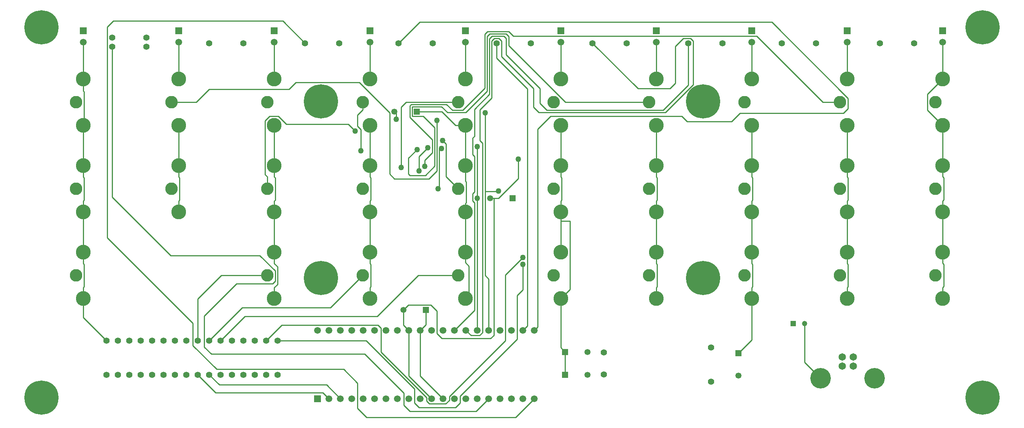
<source format=gbl>
%FSLAX23Y23*%
%MOIN*%
G70*
G01*
G75*
G04 Layer_Physical_Order=2*
%ADD10R,0.012X0.059*%
%ADD11O,0.012X0.059*%
%ADD12C,0.010*%
%ADD13C,0.300*%
%ADD14C,0.055*%
%ADD15C,0.180*%
%ADD16C,0.065*%
%ADD17C,0.059*%
%ADD18R,0.059X0.059*%
%ADD19C,0.053*%
%ADD20R,0.053X0.053*%
%ADD21R,0.047X0.047*%
%ADD22C,0.047*%
%ADD23C,0.059*%
%ADD24R,0.059X0.059*%
%ADD25C,0.110*%
%ADD26C,0.130*%
%ADD27C,0.050*%
D12*
X5920Y2993D02*
Y3360D01*
X3870Y840D02*
X4045Y1015D01*
X5080Y3360D02*
X5478Y2962D01*
X3970Y840D02*
X4015Y795D01*
X4470Y840D02*
X4510Y880D01*
X4240Y3229D02*
Y3360D01*
X3380D02*
X3565Y3545D01*
X4570Y840D02*
X4600Y870D01*
X2365Y3555D02*
X2560Y3360D01*
X4407Y77D02*
X4570Y240D01*
X4058Y128D02*
X4170Y240D01*
X870Y2009D02*
Y3330D01*
X8150Y3046D02*
Y3370D01*
X8017Y2913D02*
X8150Y3046D01*
X7313D02*
Y3370D01*
X8017Y2773D02*
X8150Y2640D01*
Y2286D02*
Y2640D01*
Y2188D02*
Y2286D01*
X7313D02*
Y2640D01*
Y2187D02*
Y2286D01*
X6476Y3046D02*
Y3370D01*
X5639Y3046D02*
Y3370D01*
X6476Y2286D02*
Y2640D01*
Y2187D02*
Y2286D01*
X4802Y3046D02*
Y3370D01*
X5639Y2286D02*
Y2640D01*
Y2187D02*
Y2286D01*
X4802D02*
Y2640D01*
Y2187D02*
Y2286D01*
X4802Y1800D02*
X4882D01*
X4802Y1880D02*
Y1977D01*
Y1800D02*
Y1880D01*
X8150D02*
Y1977D01*
Y1526D02*
Y1880D01*
Y1428D02*
Y1526D01*
X7313Y1880D02*
Y1977D01*
Y1526D02*
Y1880D01*
Y1427D02*
Y1526D01*
X8150Y1120D02*
Y1217D01*
X7313Y1120D02*
Y1217D01*
X6940Y560D02*
X7080Y420D01*
X6940Y560D02*
Y900D01*
X6476Y1880D02*
Y1977D01*
Y1526D02*
Y1880D01*
Y1427D02*
Y1526D01*
X5639Y1880D02*
Y1977D01*
Y1526D02*
Y1880D01*
Y1427D02*
Y1526D01*
X4802Y1800D02*
Y1800D01*
Y1526D02*
Y1800D01*
X4802Y1526D02*
X4802Y1526D01*
X5639Y1120D02*
Y1217D01*
X6476Y1120D02*
Y1217D01*
Y756D02*
Y1120D01*
X6360Y640D02*
X6476Y756D01*
X4802Y1120D02*
X4882Y1200D01*
X4802Y688D02*
Y1120D01*
Y688D02*
X4840Y650D01*
Y450D02*
Y650D01*
X3965Y3046D02*
Y3370D01*
X3540Y2760D02*
X3759D01*
X3879Y2640D02*
X3965D01*
Y2286D02*
Y2640D01*
Y2148D02*
Y2286D01*
X3128Y3046D02*
Y3370D01*
Y2286D02*
Y2640D01*
Y2187D02*
Y2286D01*
X2291Y3046D02*
Y3370D01*
X1454Y3046D02*
Y3370D01*
X617Y3046D02*
Y3370D01*
Y2941D02*
Y3046D01*
X2291Y2286D02*
Y2640D01*
Y2187D02*
Y2286D01*
X1454D02*
Y2640D01*
Y2187D02*
Y2286D01*
X617Y2640D02*
X624Y2647D01*
X617Y2286D02*
Y2640D01*
Y2187D02*
Y2286D01*
X3965Y1880D02*
Y1954D01*
Y1526D02*
Y1880D01*
Y1436D02*
Y1526D01*
X3128Y1880D02*
Y1977D01*
Y1526D02*
Y1880D01*
Y1427D02*
Y1526D01*
X3965Y1120D02*
X3997Y1152D01*
X3620Y890D02*
Y1020D01*
X3570Y840D02*
X3620Y890D01*
X3570Y440D02*
Y840D01*
X3128Y1120D02*
Y1217D01*
X3570Y440D02*
X3770Y240D01*
X2291Y1880D02*
Y1977D01*
Y1526D02*
Y1880D01*
Y1427D02*
Y1526D01*
X1454Y1880D02*
Y1977D01*
X617Y1880D02*
Y1977D01*
Y1526D02*
Y1880D01*
Y1427D02*
Y1526D01*
X2291Y1120D02*
Y1217D01*
X617Y953D02*
X820Y750D01*
X617Y1120D02*
Y1217D01*
Y953D02*
Y1120D01*
X4429Y2172D02*
Y2343D01*
X4215Y2000D02*
X4257D01*
X4183D02*
X4215D01*
Y797D02*
Y2000D01*
X3423Y1020D02*
X3465Y1062D01*
X3343Y2760D02*
X3360D01*
Y2692D02*
Y2760D01*
X3470Y440D02*
X3670Y240D01*
X3423Y887D02*
Y1020D01*
Y887D02*
X3470Y840D01*
Y440D02*
Y840D01*
X1620Y450D02*
X1777Y293D01*
X2717D02*
X2770Y240D01*
X3065Y2776D02*
Y2843D01*
X3048Y2416D02*
Y2603D01*
X3447Y2843D02*
X3902D01*
X3404Y2269D02*
Y2800D01*
X4843Y2843D02*
X5576D01*
X3467Y2351D02*
X3542Y2426D01*
X7100Y2843D02*
X7250D01*
X3610Y2280D02*
Y2334D01*
X3559Y2365D02*
X3636Y2442D01*
X3559Y2240D02*
Y2365D01*
X1826Y1323D02*
X2228D01*
X1620Y750D02*
Y1117D01*
X2782Y1040D02*
X3065Y1323D01*
X1720Y750D02*
X2010Y1040D01*
X3553Y1323D02*
X3902D01*
X1820Y750D02*
X2033Y963D01*
X4315Y1325D02*
X4470Y1480D01*
X2220Y750D02*
X2355Y885D01*
X4470Y1196D02*
Y1420D01*
X2320Y750D02*
X3097D01*
X2939Y2650D02*
X2999Y2590D01*
X2228Y2083D02*
Y2188D01*
X3737Y2435D02*
X3757D01*
X3727Y2083D02*
X3736Y2092D01*
X3767Y2505D02*
X3797Y2475D01*
Y2188D02*
X3902Y2083D01*
X3716Y2240D02*
Y2683D01*
X1391Y2843D02*
X1606D01*
X1720Y450D02*
X1809Y361D01*
X2749D02*
X2870Y240D01*
X4250Y2058D02*
X4256Y2064D01*
X4139Y2058D02*
X4250D01*
X4139D02*
Y2750D01*
Y1321D02*
Y2058D01*
X4170Y840D02*
Y1290D01*
X4070Y2000D02*
Y2452D01*
Y840D02*
Y2000D01*
X4015Y795D02*
X4090D01*
X4115Y820D01*
Y2483D01*
X4092Y2506D02*
X4115Y2483D01*
X4092Y2506D02*
Y2775D01*
X4197Y2880D01*
Y3380D01*
X4220Y3403D01*
X4260D01*
X4283Y3380D01*
Y3241D02*
Y3380D01*
Y3241D02*
X4562Y2962D01*
Y2800D02*
Y2962D01*
Y2800D02*
X4610Y2752D01*
X5719D01*
X5963Y2996D01*
Y3380D01*
X5940Y3403D02*
X5963Y3380D01*
X5877Y3403D02*
X5940D01*
X5807Y3333D02*
X5877Y3403D01*
X5807Y3009D02*
Y3333D01*
X5760Y2962D02*
X5807Y3009D01*
X5478Y2962D02*
X5760D01*
X4600Y870D02*
Y2606D01*
X4714Y2720D01*
X5862D01*
X5909Y2673D01*
X6300D01*
X6374Y2747D01*
X7280D01*
X7320Y2787D01*
Y2877D01*
X6652Y3545D02*
X7320Y2877D01*
X3565Y3545D02*
X6652D01*
X870Y2009D02*
X1383Y1496D01*
X2164D01*
X2298Y1362D01*
Y1272D02*
Y1362D01*
X2275Y1249D02*
X2298Y1272D01*
X1961Y1249D02*
X2275D01*
X1677Y965D02*
X1961Y1249D01*
X1677Y694D02*
Y965D01*
Y694D02*
X1740Y631D01*
X3083D01*
X3425Y289D01*
Y183D02*
Y289D01*
Y183D02*
X3480Y128D01*
X4058D01*
X4882Y1200D02*
Y1800D01*
X4802Y1800D02*
X4802Y1800D01*
X8017Y2773D02*
Y2913D01*
X4257Y2000D02*
X4429Y2172D01*
X3465Y1062D02*
X3662D01*
X3715Y1009D01*
Y814D02*
Y1009D01*
Y814D02*
X3760Y769D01*
X4187D01*
X4215Y797D01*
X1777Y293D02*
X2717D01*
X4347Y3339D02*
X4843Y2843D01*
X4347Y3339D02*
Y3419D01*
X4323Y3443D02*
X4347Y3419D01*
X4180Y3443D02*
X4323D01*
X4157Y3420D02*
X4180Y3443D01*
X4157Y2938D02*
Y3420D01*
X3970Y2751D02*
X4157Y2938D01*
X3808Y2751D02*
X3970D01*
X3757Y2802D02*
X3808Y2751D01*
X3498Y2802D02*
X3757D01*
X3498Y2718D02*
Y2802D01*
Y2718D02*
X3597D01*
X3696Y2619D01*
Y2281D02*
Y2619D01*
X3615Y2200D02*
X3696Y2281D01*
X3480Y2200D02*
X3615D01*
X3467Y2213D02*
X3480Y2200D01*
X3467Y2213D02*
Y2351D01*
X6520Y3423D02*
X7100Y2843D01*
X4387Y3423D02*
X6520D01*
X4347Y3463D02*
X4387Y3423D01*
X4160Y3463D02*
X4347D01*
X4137Y3440D02*
X4160Y3463D01*
X4137Y2965D02*
Y3440D01*
X3943Y2771D02*
X4137Y2965D01*
X3852Y2771D02*
X3943D01*
X3801Y2822D02*
X3852Y2771D01*
X3490Y2822D02*
X3801D01*
X3478Y2810D02*
X3490Y2822D01*
X3478Y2710D02*
Y2810D01*
Y2710D02*
X3676Y2512D01*
Y2400D02*
Y2512D01*
X3610Y2334D02*
X3676Y2400D01*
X4315Y750D02*
Y1325D01*
X3825Y260D02*
X4315Y750D01*
X3825Y227D02*
Y260D01*
X3793Y195D02*
X3825Y227D01*
X3650Y195D02*
X3793D01*
X3625Y220D02*
X3650Y195D01*
X3625Y220D02*
Y250D01*
X3225Y650D02*
X3625Y250D01*
X3225Y650D02*
Y860D01*
X3200Y885D02*
X3225Y860D01*
X2355Y885D02*
X3200D01*
X4420Y1146D02*
X4470Y1196D01*
X4420Y762D02*
Y1146D01*
X3920Y262D02*
X4420Y762D01*
X3920Y202D02*
Y262D01*
X3880Y162D02*
X3920Y202D01*
X3560Y162D02*
X3880D01*
X3520Y202D02*
X3560Y162D01*
X3520Y202D02*
Y327D01*
X3097Y750D02*
X3520Y327D01*
X2210Y2206D02*
X2228Y2188D01*
X2210Y2206D02*
Y2680D01*
X2250Y2720D01*
X2325D01*
X2395Y2650D01*
X2939D01*
X3736Y2434D02*
X3737Y2435D01*
X3736Y2092D02*
Y2434D01*
X1606Y2843D02*
X1719Y2956D01*
X2421D01*
X2480Y3015D01*
X3037D01*
X3302Y2750D01*
Y2211D02*
Y2750D01*
Y2211D02*
X3343Y2170D01*
X3646D01*
X3716Y2240D01*
X4139Y1321D02*
X4170Y1290D01*
X2010Y1040D02*
X2782D01*
X2291Y1427D02*
X2318Y1400D01*
Y1244D02*
Y1400D01*
X2291Y1217D02*
X2318Y1244D01*
X1620Y1117D02*
X1826Y1323D01*
X3404Y2800D02*
X3447Y2843D01*
X3099Y77D02*
X4407D01*
X3020Y156D02*
X3099Y77D01*
X3020Y156D02*
Y376D01*
X2898Y498D02*
X3020Y376D01*
X1786Y498D02*
X2898D01*
X1577Y707D02*
X1786Y498D01*
X1577Y707D02*
Y903D01*
X827Y1653D02*
X1577Y903D01*
X827Y1653D02*
Y3504D01*
X878Y3555D01*
X2365D01*
X5699Y2772D02*
X5920Y2993D01*
X4680Y2772D02*
X5699D01*
X4618Y2834D02*
X4680Y2772D01*
X4618Y2834D02*
Y2964D01*
X4322Y3260D02*
X4618Y2964D01*
X4322Y3260D02*
Y3404D01*
X4303Y3423D02*
X4322Y3404D01*
X4200Y3423D02*
X4303D01*
X4177Y3400D02*
X4200Y3423D01*
X4177Y2912D02*
Y3400D01*
X4045Y2780D02*
X4177Y2912D01*
X4045Y2544D02*
Y2780D01*
X4030Y2529D02*
X4045Y2544D01*
X4030Y2381D02*
Y2529D01*
Y2381D02*
X4045Y2366D01*
Y2055D02*
Y2366D01*
X4030Y2040D02*
X4045Y2055D01*
X4030Y1975D02*
Y2040D01*
Y1975D02*
X4045Y1960D01*
Y1015D02*
Y1960D01*
X3965Y1436D02*
X3997Y1404D01*
Y1152D02*
Y1404D01*
X3759Y2760D02*
X3879Y2640D01*
X4510Y880D02*
Y2959D01*
X4240Y3229D02*
X4510Y2959D01*
X1809Y361D02*
X2749D01*
X3797Y2188D02*
Y2475D01*
X3193Y963D02*
X3553Y1323D01*
X2033Y963D02*
X3193D01*
X3019Y2730D02*
X3065Y2776D01*
X3019Y2632D02*
Y2730D01*
Y2632D02*
X3048Y2603D01*
X617Y2941D02*
X624Y2934D01*
Y2647D02*
Y2934D01*
X3965Y1954D02*
X3972Y1961D01*
Y2141D01*
X3965Y2148D02*
X3972Y2141D01*
X8150Y2188D02*
X8158Y2180D01*
Y1985D02*
Y2180D01*
X8150Y1977D02*
X8158Y1985D01*
X8150Y1428D02*
X8158Y1420D01*
Y1225D02*
Y1420D01*
X8150Y1217D02*
X8158Y1225D01*
X7313Y2187D02*
X7320Y2180D01*
Y1984D02*
Y2180D01*
X7313Y1977D02*
X7320Y1984D01*
X7313Y1427D02*
X7320Y1420D01*
Y1224D02*
Y1420D01*
X7313Y1217D02*
X7320Y1224D01*
X6476Y2187D02*
X6483Y2180D01*
Y1984D02*
Y2180D01*
X6476Y1977D02*
X6483Y1984D01*
X6476Y1427D02*
X6483Y1420D01*
Y1224D02*
Y1420D01*
X6476Y1217D02*
X6483Y1224D01*
X5639Y2187D02*
X5646Y2180D01*
Y1984D02*
Y2180D01*
X5639Y1977D02*
X5646Y1984D01*
X5639Y1427D02*
X5646Y1420D01*
Y1224D02*
Y1420D01*
X5639Y1217D02*
X5646Y1224D01*
X3128Y2187D02*
X3135Y2180D01*
Y1984D02*
Y2180D01*
X3128Y1977D02*
X3135Y1984D01*
X3128Y1427D02*
X3135Y1420D01*
Y1224D02*
Y1420D01*
X3128Y1217D02*
X3135Y1224D01*
X2291Y2187D02*
X2298Y2180D01*
Y1984D02*
Y2180D01*
X2291Y1977D02*
X2298Y1984D01*
X1454Y2187D02*
X1461Y2180D01*
Y1984D02*
Y2180D01*
X1454Y1977D02*
X1461Y1984D01*
X617Y2187D02*
X624Y2180D01*
Y1984D02*
Y2180D01*
X617Y1977D02*
X624Y1984D01*
X617Y1427D02*
X624Y1420D01*
Y1224D02*
Y1420D01*
X617Y1217D02*
X624Y1224D01*
X4802Y2187D02*
X4809Y2180D01*
Y1984D02*
Y2180D01*
X4802Y1977D02*
X4809Y1984D01*
D13*
X250Y250D02*
D03*
X2700Y1300D02*
D03*
Y2850D02*
D03*
X250Y3500D02*
D03*
X8500Y250D02*
D03*
X6050Y1300D02*
D03*
Y2850D02*
D03*
X8500Y3500D02*
D03*
D14*
X820Y750D02*
D03*
Y450D02*
D03*
X920Y750D02*
D03*
Y450D02*
D03*
X1020Y750D02*
D03*
Y450D02*
D03*
X1120Y750D02*
D03*
Y450D02*
D03*
X1220Y750D02*
D03*
Y450D02*
D03*
X1320Y750D02*
D03*
Y450D02*
D03*
X1420Y750D02*
D03*
Y450D02*
D03*
X1520Y750D02*
D03*
Y450D02*
D03*
X2320D02*
D03*
Y750D02*
D03*
X2220Y450D02*
D03*
Y750D02*
D03*
X2120Y450D02*
D03*
Y750D02*
D03*
X2020Y450D02*
D03*
Y750D02*
D03*
X1920Y450D02*
D03*
Y750D02*
D03*
X1820Y450D02*
D03*
Y750D02*
D03*
X1720Y450D02*
D03*
Y750D02*
D03*
X1620Y450D02*
D03*
Y750D02*
D03*
X6120Y390D02*
D03*
Y690D02*
D03*
X5180Y454D02*
D03*
Y646D02*
D03*
X7900Y3360D02*
D03*
X7600D02*
D03*
X7040D02*
D03*
X6740D02*
D03*
X6220D02*
D03*
X5920D02*
D03*
X5380D02*
D03*
X5080D02*
D03*
X4540D02*
D03*
X4240D02*
D03*
X3680D02*
D03*
X3380D02*
D03*
X2860D02*
D03*
X2560D02*
D03*
X2020D02*
D03*
X1720D02*
D03*
X1170Y3330D02*
D03*
X870D02*
D03*
X1170Y3410D02*
D03*
X870D02*
D03*
D15*
X7080Y420D02*
D03*
X7554D02*
D03*
D16*
X7268Y527D02*
D03*
Y605D02*
D03*
X7366D02*
D03*
X7366Y527D02*
D03*
D17*
X4570Y840D02*
D03*
X4470D02*
D03*
X4370D02*
D03*
X4270D02*
D03*
X4170D02*
D03*
X4070D02*
D03*
X3970D02*
D03*
X3870D02*
D03*
X3770D02*
D03*
X3670D02*
D03*
X3570D02*
D03*
X3470D02*
D03*
X3370D02*
D03*
X3270D02*
D03*
X3170D02*
D03*
X3070D02*
D03*
X2970D02*
D03*
X2870D02*
D03*
X2770D02*
D03*
X2670D02*
D03*
X4570Y240D02*
D03*
X4470D02*
D03*
X4370D02*
D03*
X4270D02*
D03*
X4170D02*
D03*
X4070D02*
D03*
X3970D02*
D03*
X3870D02*
D03*
X3770D02*
D03*
X3670D02*
D03*
X3570D02*
D03*
X3470D02*
D03*
X3370D02*
D03*
X3270D02*
D03*
X3170D02*
D03*
X3070D02*
D03*
X2970D02*
D03*
X2870D02*
D03*
X2770D02*
D03*
D18*
X2670D02*
D03*
D19*
X3423Y1020D02*
D03*
X4183Y2000D02*
D03*
X3343Y2760D02*
D03*
X6360Y443D02*
D03*
X5037Y450D02*
D03*
Y650D02*
D03*
D20*
X3620Y1020D02*
D03*
X4380Y2000D02*
D03*
X3540Y2760D02*
D03*
X6360Y640D02*
D03*
X4840Y450D02*
D03*
Y650D02*
D03*
D21*
X6840Y900D02*
D03*
D22*
X6940D02*
D03*
D23*
X8150Y3370D02*
D03*
X7313D02*
D03*
X6476D02*
D03*
X5639D02*
D03*
X4802D02*
D03*
X3965D02*
D03*
X3128D02*
D03*
X2291D02*
D03*
X1454D02*
D03*
X617D02*
D03*
D24*
X8150Y3470D02*
D03*
X7313D02*
D03*
X6476D02*
D03*
X5639D02*
D03*
X4802D02*
D03*
X3965D02*
D03*
X3128D02*
D03*
X2291D02*
D03*
X1454D02*
D03*
X617D02*
D03*
D25*
X2228Y2843D02*
D03*
X3065D02*
D03*
X3902D02*
D03*
X4739D02*
D03*
X5576D02*
D03*
X6413D02*
D03*
X7250D02*
D03*
X8087D02*
D03*
X2228Y1323D02*
D03*
X3065D02*
D03*
X3902D02*
D03*
X4739D02*
D03*
X5576D02*
D03*
X6413D02*
D03*
X7250D02*
D03*
X8087D02*
D03*
X554Y2843D02*
D03*
X2228Y2083D02*
D03*
X3065D02*
D03*
X3902D02*
D03*
X4739D02*
D03*
X5576D02*
D03*
X6413D02*
D03*
X7250D02*
D03*
X8087D02*
D03*
X554D02*
D03*
Y1323D02*
D03*
X1391Y2843D02*
D03*
Y2083D02*
D03*
D26*
X2291Y2640D02*
D03*
Y3046D02*
D03*
X3128Y2640D02*
D03*
Y3046D02*
D03*
X3965Y2640D02*
D03*
Y3046D02*
D03*
X4802Y2640D02*
D03*
Y3046D02*
D03*
X5639Y2640D02*
D03*
Y3046D02*
D03*
X6476Y2640D02*
D03*
Y3046D02*
D03*
X7313Y2640D02*
D03*
Y3046D02*
D03*
X8150Y2640D02*
D03*
Y3046D02*
D03*
X2291Y1120D02*
D03*
Y1526D02*
D03*
X3128Y1120D02*
D03*
Y1526D02*
D03*
X3965Y1120D02*
D03*
Y1526D02*
D03*
X4802Y1120D02*
D03*
Y1526D02*
D03*
X5639Y1120D02*
D03*
Y1526D02*
D03*
X6476Y1120D02*
D03*
Y1526D02*
D03*
X7313Y1120D02*
D03*
Y1526D02*
D03*
X8150Y1120D02*
D03*
Y1526D02*
D03*
X617Y3046D02*
D03*
Y2640D02*
D03*
X2291Y1880D02*
D03*
Y2286D02*
D03*
X3128Y1880D02*
D03*
Y2286D02*
D03*
X3965Y1880D02*
D03*
Y2286D02*
D03*
X4802Y1880D02*
D03*
Y2286D02*
D03*
X5639Y1880D02*
D03*
Y2286D02*
D03*
X6476Y1880D02*
D03*
Y2286D02*
D03*
X7313Y1880D02*
D03*
Y2286D02*
D03*
X8150Y1880D02*
D03*
Y2286D02*
D03*
X617Y1880D02*
D03*
Y2286D02*
D03*
Y1120D02*
D03*
Y1526D02*
D03*
X1454Y2640D02*
D03*
Y3046D02*
D03*
Y1880D02*
D03*
Y2286D02*
D03*
D27*
X4429Y2343D02*
D03*
X3542Y2426D02*
D03*
X3610Y2280D02*
D03*
X3559Y2240D02*
D03*
X3636Y2442D02*
D03*
X4470Y1480D02*
D03*
Y1420D02*
D03*
X2999Y2590D02*
D03*
X3757Y2435D02*
D03*
X3727Y2083D02*
D03*
X3716Y2683D02*
D03*
X4139Y2750D02*
D03*
X4256Y2064D02*
D03*
X3404Y2269D02*
D03*
X4070Y2452D02*
D03*
Y2000D02*
D03*
X3767Y2505D02*
D03*
X3048Y2416D02*
D03*
X3360Y2692D02*
D03*
M02*

</source>
